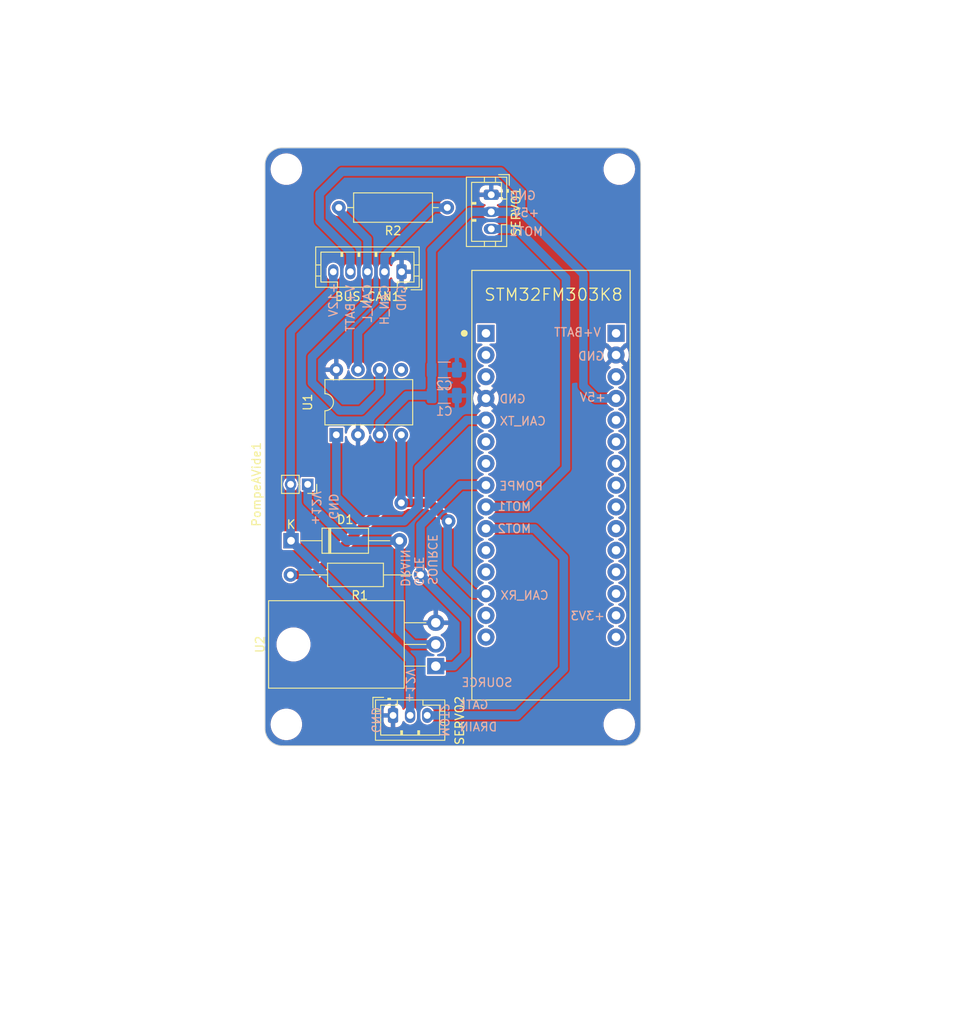
<source format=kicad_pcb>
(kicad_pcb (version 20211014) (generator pcbnew)
  (layers (0 "F.Cu" signal) (31 "B.Cu" signal) (34 "B.Paste" user) (35 "F.Paste" user) (36 "B.SilkS" user "B.Silkscreen") (37 "F.SilkS" user "F.Silkscreen") (38 "B.Mask" user) (39 "F.Mask" user) (44 "Edge.Cuts" user))
  (net 0 "")
  (net 1 "GND")
  (net 2 "CAN_H")
  (net 3 "CAN_L")
  (net 5 "+12V")
  (net 6 "MOT1")
  (net 7 "MOT2")
  (net 18 "+5V")
  (net 28 "+3V3")
  (net 30 "CAN_TX")
  (net 31 "CAN_RX")
  (net 32 "Net-(D1-Pad2)")
  (net 33 "POMPE")
  (footprint "" (layer "F.Cu") (at 145.5 35.5)
    (fp_text reference "" (at 0 0) (layer "F.SilkS") (effects (font (size 1.27 1.27))))
    (fp_text value "" (at 0 0) (layer "F.SilkS") (effects (font (size 1.27 1.27))))
    (pad "" np_thru_hole circle locked (at 0 0 180) (size 3.2 3.2) (drill 3.2) (layers *.Cu *.Mask))
  )
  (footprint "" (layer "F.Cu") (at 145.5 100.5)
    (fp_text reference "" (at 0 0) (layer "F.SilkS") (effects (font (size 1.27 1.27))))
    (fp_text value "" (at 0 0) (layer "F.SilkS") (effects (font (size 1.27 1.27))))
    (pad "" np_thru_hole circle locked (at 0 0 180) (size 3.2 3.2) (drill 3.2) (layers *.Cu *.Mask))
  )
  (footprint "Connector_JST:JST_PH_B5B-PH-K_1x05_P2.00mm_Vertical" (layer "F.Cu") (at 159 47.5144 180)
    (fp_text reference "BUS_CAN1" (at 4 -2.9) (layer "F.SilkS"))
    (fp_text value "Conn_01x05")
    (fp_line (start -2.06 0.8) (end -1.45 0.8) (layer "F.SilkS") (width 0.12))
    (fp_line (start -2.06 -1.81) (end -2.06 2.91) (layer "F.SilkS") (width 0.12))
    (fp_line (start 6.9 1.8) (end 7.1 1.8) (layer "F.SilkS") (width 0.12))
    (fp_line (start 5.1 1.8) (end 5.1 2.3) (layer "F.SilkS") (width 0.12))
    (fp_line (start 4.9 2.3) (end 4.9 1.8) (layer "F.SilkS") (width 0.12))
    (fp_line (start -1.45 -1.2) (end -1.45 2.3) (layer "F.SilkS") (width 0.12))
    (fp_line (start 7.5 -1.2) (end 7.5 -1.81) (layer "F.SilkS") (width 0.12))
    (fp_line (start 9.45 2.3) (end 9.45 -1.2) (layer "F.SilkS") (width 0.12))
    (fp_line (start 2.9 2.3) (end 2.9 1.8) (layer "F.SilkS") (width 0.12))
    (fp_line (start 7 2.3) (end 7 1.8) (layer "F.SilkS") (width 0.12))
    (fp_line (start 0.9 2.3) (end 0.9 1.8) (layer "F.SilkS") (width 0.12))
    (fp_line (start 2.9 1.8) (end 3.1 1.8) (layer "F.SilkS") (width 0.12))
    (fp_line (start -0.3 -1.91) (end -0.6 -1.91) (layer "F.SilkS") (width 0.12))
    (fp_line (start 4.9 1.8) (end 5.1 1.8) (layer "F.SilkS") (width 0.12))
    (fp_line (start 1 2.3) (end 1 1.8) (layer "F.SilkS") (width 0.12))
    (fp_line (start 1.1 1.8) (end 1.1 2.3) (layer "F.SilkS") (width 0.12))
    (fp_line (start 10.06 2.91) (end 10.06 -1.81) (layer "F.SilkS") (width 0.12))
    (fp_line (start 0.9 1.8) (end 1.1 1.8) (layer "F.SilkS") (width 0.12))
    (fp_line (start -2.36 -2.11) (end -2.36 -0.86) (layer "F.SilkS") (width 0.12))
    (fp_line (start 9.45 -1.2) (end 7.5 -1.2) (layer "F.SilkS") (width 0.12))
    (fp_line (start -1.45 2.3) (end 9.45 2.3) (layer "F.SilkS") (width 0.12))
    (fp_line (start 0.5 -1.81) (end 0.5 -1.2) (layer "F.SilkS") (width 0.12))
    (fp_line (start -1.11 -2.11) (end -2.36 -2.11) (layer "F.SilkS") (width 0.12))
    (fp_line (start 10.06 0.8) (end 9.45 0.8) (layer "F.SilkS") (width 0.12))
    (fp_line (start 7.1 1.8) (end 7.1 2.3) (layer "F.SilkS") (width 0.12))
    (fp_line (start 3.1 1.8) (end 3.1 2.3) (layer "F.SilkS") (width 0.12))
    (fp_line (start -0.3 -1.81) (end -0.3 -2.01) (layer "F.SilkS") (width 0.12))
    (fp_line (start 10.06 -1.81) (end -2.06 -1.81) (layer "F.SilkS") (width 0.12))
    (fp_line (start -2.06 2.91) (end 10.06 2.91) (layer "F.SilkS") (width 0.12))
    (fp_line (start -2.06 -0.5) (end -1.45 -0.5) (layer "F.SilkS") (width 0.12))
    (fp_line (start 3 2.3) (end 3 1.8) (layer "F.SilkS") (width 0.12))
    (fp_line (start 5 2.3) (end 5 1.8) (layer "F.SilkS") (width 0.12))
    (fp_line (start 6.9 2.3) (end 6.9 1.8) (layer "F.SilkS") (width 0.12))
    (fp_line (start -0.3 -2.01) (end -0.6 -2.01) (layer "F.SilkS") (width 0.12))
    (fp_line (start 0.5 -1.2) (end -1.45 -1.2) (layer "F.SilkS") (width 0.12))
    (fp_line (start 10.06 -0.5) (end 9.45 -0.5) (layer "F.SilkS") (width 0.12))
    (fp_line (start -0.6 -2.01) (end -0.6 -1.81) (layer "F.SilkS") (width 0.12))
    (pad "1" thru_hole roundrect (at 0 0 180) (size 1.2 1.75) (drill 0.8) (layers *.Cu *.Mask) (roundrect_rratio 0.208333) (net 1 "GND"))
    (pad "2" thru_hole oval (at 2 0 180) (size 1.2 1.75) (drill 0.8) (layers *.Cu *.Mask) (net 2 "CAN_H"))
    (pad "3" thru_hole oval (at 4 0 180) (size 1.2 1.75) (drill 0.8) (layers *.Cu *.Mask) (net 3 "CAN_L"))
    (pad "4" thru_hole oval (at 6 0 180) (size 1.2 1.75) (drill 0.8) (layers *.Cu *.Mask) (net 18 "+5V"))
    (pad "5" thru_hole oval (at 8 0 180) (size 1.2 1.75) (drill 0.8) (layers *.Cu *.Mask) (net 5 "+12V"))
  )
  (footprint "empreinte:MODULE_NUCLEO-F303K8" (layer "F.Cu") (at 176.5 72.5)
    (fp_text reference "STM32FM303K8" (at 0.3 -22.3) (layer "F.SilkS") (effects (font (size 1.402378 1.402378))))
    (fp_text value "NUCLEO-F303K8")
    (fp_line (start -9.27 25.145) (end -9.27 -25.145) (layer "F.SilkS") (width 0.127))
    (fp_line (start 9.27 25.145) (end -9.27 25.145) (layer "F.SilkS") (width 0.127))
    (fp_line (start -9.27 -25.145) (end 9.27 -25.145) (layer "F.SilkS") (width 0.127))
    (fp_line (start 9.27 -25.145) (end 9.27 25.145) (layer "F.SilkS") (width 0.127))
    (fp_circle (center -10.16 -17.78) (end -9.96 -17.78) (layer "F.SilkS") (width 0.4) (fill none))
    (pad "3.1" thru_hole rect (at -7.62 -17.78) (size 2 2) (drill 1) (layers *.Cu *.Mask))
    (pad "3.2" thru_hole circle (at -7.62 -15.24) (size 2 2) (drill 1) (layers *.Cu *.Mask))
    (pad "3.3" thru_hole circle (at -7.62 -12.7) (size 2 2) (drill 1) (layers *.Cu *.Mask))
    (pad "3.4" thru_hole circle (at -7.62 -10.16) (size 2 2) (drill 1) (layers *.Cu *.Mask) (net 1 "GND"))
    (pad "3.5" thru_hole circle (at -7.62 -7.62) (size 2 2) (drill 1) (layers *.Cu *.Mask) (net 30 "CAN_TX"))
    (pad "3.6" thru_hole circle (at -7.62 -5.08) (size 2 2) (drill 1) (layers *.Cu *.Mask))
    (pad "3.7" thru_hole circle (at -7.62 -2.54) (size 2 2) (drill 1) (layers *.Cu *.Mask))
    (pad "3.8" thru_hole circle (at -7.62 0) (size 2 2) (drill 1) (layers *.Cu *.Mask) (net 33 "POMPE"))
    (pad "3.9" thru_hole circle (at -7.62 2.54) (size 2 2) (drill 1) (layers *.Cu *.Mask) (net 6 "MOT1"))
    (pad "3.10" thru_hole circle (at -7.62 5.08) (size 2 2) (drill 1) (layers *.Cu *.Mask) (net 7 "MOT2"))
    (pad "3.11" thru_hole circle (at -7.62 7.62) (size 2 2) (drill 1) (layers *.Cu *.Mask))
    (pad "3.12" thru_hole circle (at -7.62 10.16) (size 2 2) (drill 1) (layers *.Cu *.Mask))
    (pad "3.13" thru_hole circle (at -7.62 12.7) (size 2 2) (drill 1) (layers *.Cu *.Mask) (net 31 "CAN_RX"))
    (pad "3.14" thru_hole circle (at -7.62 15.24) (size 2 2) (drill 1) (layers *.Cu *.Mask))
    (pad "3.15" thru_hole circle (at -7.62 17.78) (size 2 2) (drill 1) (layers *.Cu *.Mask))
    (pad "4.1" thru_hole rect (at 7.62 -17.78) (size 2 2) (drill 1) (layers *.Cu *.Mask))
    (pad "4.2" thru_hole circle (at 7.62 -15.24) (size 2 2) (drill 1) (layers *.Cu *.Mask) (net 1 "GND"))
    (pad "4.3" thru_hole circle (at 7.62 -12.7) (size 2 2) (drill 1) (layers *.Cu *.Mask))
    (pad "4.4" thru_hole circle (at 7.62 -10.16) (size 2 2) (drill 1) (layers *.Cu *.Mask) (net 18 "+5V"))
    (pad "4.5" thru_hole circle (at 7.62 -7.62) (size 2 2) (drill 1) (layers *.Cu *.Mask))
    (pad "4.6" thru_hole circle (at 7.62 -5.08) (size 2 2) (drill 1) (layers *.Cu *.Mask))
    (pad "4.7" thru_hole circle (at 7.62 -2.54) (size 2 2) (drill 1) (layers *.Cu *.Mask))
    (pad "4.8" thru_hole circle (at 7.62 0) (size 2 2) (drill 1) (layers *.Cu *.Mask))
    (pad "4.9" thru_hole circle (at 7.62 2.54) (size 2 2) (drill 1) (layers *.Cu *.Mask))
    (pad "4.10" thru_hole circle (at 7.62 5.08) (size 2 2) (drill 1) (layers *.Cu *.Mask))
    (pad "4.11" thru_hole circle (at 7.62 7.62) (size 2 2) (drill 1) (layers *.Cu *.Mask))
    (pad "4.12" thru_hole circle (at 7.62 10.16) (size 2 2) (drill 1) (layers *.Cu *.Mask))
    (pad "4.13" thru_hole circle (at 7.62 12.7) (size 2 2) (drill 1) (layers *.Cu *.Mask))
    (pad "4.14" thru_hole circle (at 7.62 15.24) (size 2 2) (drill 1) (layers *.Cu *.Mask) (net 28 "+3V3"))
    (pad "4.15" thru_hole circle (at 7.62 17.78) (size 2 2) (drill 1) (layers *.Cu *.Mask))
  )
  (footprint "Diode_THT:D_A-405_P12.70mm_Horizontal" (layer "F.Cu") (at 146.05 79)
    (fp_text reference "D1" (at 6.35 -2.47) (layer "F.SilkS"))
    (fp_text value "D")
    (fp_text user "K" (at 0 -1.9) (layer "F.SilkS"))
    (fp_line (start 9.07 1.47) (end 9.07 -1.47) (layer "F.SilkS") (width 0.12))
    (fp_line (start 11.56 0) (end 9.07 0) (layer "F.SilkS") (width 0.12))
    (fp_line (start 3.63 -1.47) (end 3.63 1.47) (layer "F.SilkS") (width 0.12))
    (fp_line (start 9.07 -1.47) (end 3.63 -1.47) (layer "F.SilkS") (width 0.12))
    (fp_line (start 4.53 -1.47) (end 4.53 1.47) (layer "F.SilkS") (width 0.12))
    (fp_line (start 4.41 -1.47) (end 4.41 1.47) (layer "F.SilkS") (width 0.12))
    (fp_line (start 4.65 -1.47) (end 4.65 1.47) (layer "F.SilkS") (width 0.12))
    (fp_line (start 3.63 1.47) (end 9.07 1.47) (layer "F.SilkS") (width 0.12))
    (fp_line (start 1.14 0) (end 3.63 0) (layer "F.SilkS") (width 0.12))
    (pad "1" thru_hole rect locked (at 0 0) (size 1.8 1.8) (drill 0.9) (layers *.Cu *.Mask) (net 5 "+12V"))
    (pad "2" thru_hole oval locked (at 12.7 0) (size 1.8 1.8) (drill 0.9) (layers *.Cu *.Mask) (net 32 "Net-(D1-Pad2)"))
  )
  (footprint "Resistor_THT:R_Axial_DIN0207_L6.3mm_D2.5mm_P15.24mm_Horizontal" (layer "F.Cu") (at 145.98 83)
    (fp_text reference "R1" (at 8.12 2.4) (layer "F.SilkS"))
    (fp_text value "R")
    (fp_line (start 14.2 0) (end 10.89 0) (layer "F.SilkS") (width 0.12))
    (fp_line (start 10.89 1.37) (end 10.89 -1.37) (layer "F.SilkS") (width 0.12))
    (fp_line (start 4.35 -1.37) (end 4.35 1.37) (layer "F.SilkS") (width 0.12))
    (fp_line (start 1.04 0) (end 4.35 0) (layer "F.SilkS") (width 0.12))
    (fp_line (start 10.89 -1.37) (end 4.35 -1.37) (layer "F.SilkS") (width 0.12))
    (fp_line (start 4.35 1.37) (end 10.89 1.37) (layer "F.SilkS") (width 0.12))
    (pad "1" thru_hole circle locked (at 0 0) (size 1.6 1.6) (drill 0.8) (layers *.Cu *.Mask) (net 18 "+5V"))
    (pad "2" thru_hole oval locked (at 15.24 0) (size 1.6 1.6) (drill 0.8) (layers *.Cu *.Mask) (net 33 "POMPE"))
  )
  (footprint "Connector_JST:JST_PH_B3B-PH-K_1x03_P2.00mm_Vertical" (layer "F.Cu") (at 158 99.45)
    (fp_text reference "SERVO2" (at 7.8 0.6 90) (layer "F.SilkS"))
    (fp_text value "Conn_01x03")
    (fp_line (start -2.06 2.91) (end 6.06 2.91) (layer "F.SilkS") (width 0.12))
    (fp_line (start 0.9 1.8) (end 1.1 1.8) (layer "F.SilkS") (width 0.12))
    (fp_line (start -0.3 -2.01) (end -0.6 -2.01) (layer "F.SilkS") (width 0.12))
    (fp_line (start 6.06 0.8) (end 5.45 0.8) (layer "F.SilkS") (width 0.12))
    (fp_line (start -2.06 -1.81) (end -2.06 2.91) (layer "F.SilkS") (width 0.12))
    (fp_line (start 6.06 -1.81) (end -2.06 -1.81) (layer "F.SilkS") (width 0.12))
    (fp_line (start -1.45 -1.2) (end -1.45 2.3) (layer "F.SilkS") (width 0.12))
    (fp_line (start -1.45 2.3) (end 5.45 2.3) (layer "F.SilkS") (width 0.12))
    (fp_line (start 5.45 2.3) (end 5.45 -1.2) (layer "F.SilkS") (width 0.12))
    (fp_line (start -2.06 0.8) (end -1.45 0.8) (layer "F.SilkS") (width 0.12))
    (fp_line (start -2.36 -2.11) (end -2.36 -0.86) (layer "F.SilkS") (width 0.12))
    (fp_line (start 0.5 -1.81) (end 0.5 -1.2) (layer "F.SilkS") (width 0.12))
    (fp_line (start 1.1 1.8) (end 1.1 2.3) (layer "F.SilkS") (width 0.12))
    (fp_line (start 3.1 1.8) (end 3.1 2.3) (layer "F.SilkS") (width 0.12))
    (fp_line (start 0.9 2.3) (end 0.9 1.8) (layer "F.SilkS") (width 0.12))
    (fp_line (start -1.11 -2.11) (end -2.36 -2.11) (layer "F.SilkS") (width 0.12))
    (fp_line (start 2.9 1.8) (end 3.1 1.8) (layer "F.SilkS") (width 0.12))
    (fp_line (start -0.3 -1.91) (end -0.6 -1.91) (layer "F.SilkS") (width 0.12))
    (fp_line (start -0.6 -2.01) (end -0.6 -1.81) (layer "F.SilkS") (width 0.12))
    (fp_line (start -2.06 -0.5) (end -1.45 -0.5) (layer "F.SilkS") (width 0.12))
    (fp_line (start 6.06 2.91) (end 6.06 -1.81) (layer "F.SilkS") (width 0.12))
    (fp_line (start 3 2.3) (end 3 1.8) (layer "F.SilkS") (width 0.12))
    (fp_line (start 6.06 -0.5) (end 5.45 -0.5) (layer "F.SilkS") (width 0.12))
    (fp_line (start 2.9 2.3) (end 2.9 1.8) (layer "F.SilkS") (width 0.12))
    (fp_line (start 3.5 -1.2) (end 3.5 -1.81) (layer "F.SilkS") (width 0.12))
    (fp_line (start 5.45 -1.2) (end 3.5 -1.2) (layer "F.SilkS") (width 0.12))
    (fp_line (start 1 2.3) (end 1 1.8) (layer "F.SilkS") (width 0.12))
    (fp_line (start 0.5 -1.2) (end -1.45 -1.2) (layer "F.SilkS") (width 0.12))
    (fp_line (start -0.3 -1.81) (end -0.3 -2.01) (layer "F.SilkS") (width 0.12))
    (pad "1" thru_hole roundrect locked (at 0 0) (size 1.2 1.75) (drill 0.8) (layers *.Cu *.Mask) (roundrect_rratio 0.208333) (net 1 "GND"))
    (pad "2" thru_hole oval locked (at 2 0) (size 1.2 1.75) (drill 0.8) (layers *.Cu *.Mask) (net 5 "+12V"))
    (pad "3" thru_hole oval locked (at 4 0) (size 1.2 1.75) (drill 0.8) (layers *.Cu *.Mask) (net 7 "MOT2"))
  )
  (footprint "Resistor_THT:R_Axial_DIN0309_L9.0mm_D3.2mm_P12.70mm_Horizontal" (layer "F.Cu") (at 164.35 40 180)
    (fp_text reference "R2" (at 6.35 -2.72) (layer "F.SilkS"))
    (fp_text value "R")
    (fp_line (start 11.66 0) (end 10.97 0) (layer "F.SilkS") (width 0.12))
    (fp_line (start 1.73 -1.72) (end 1.73 1.72) (layer "F.SilkS") (width 0.12))
    (fp_line (start 10.97 -1.72) (end 1.73 -1.72) (layer "F.SilkS") (width 0.12))
    (fp_line (start 1.73 1.72) (end 10.97 1.72) (layer "F.SilkS") (width 0.12))
    (fp_line (start 1.04 0) (end 1.73 0) (layer "F.SilkS") (width 0.12))
    (fp_line (start 10.97 1.72) (end 10.97 -1.72) (layer "F.SilkS") (width 0.12))
    (pad "1" thru_hole circle locked (at 0 0 180) (size 1.6 1.6) (drill 0.8) (layers *.Cu *.Mask) (net 2 "CAN_H"))
    (pad "2" thru_hole oval locked (at 12.7 0 180) (size 1.6 1.6) (drill 0.8) (layers *.Cu *.Mask) (net 3 "CAN_L"))
  )
  (footprint "" (layer "F.Cu") (at 184.5 35.5)
    (fp_text reference "" (at 0 0) (layer "F.SilkS") (effects (font (size 1.27 1.27))))
    (fp_text value "" (at 0 0) (layer "F.SilkS") (effects (font (size 1.27 1.27))))
    (pad "" np_thru_hole circle locked (at 0 0 180) (size 3.2 3.2) (drill 3.2) (layers *.Cu *.Mask))
  )
  (footprint "Connector_PinSocket_2.00mm:PinSocket_1x02_P2.00mm_Vertical" (layer "F.Cu") (at 148 72.4 -90)
    (fp_text reference "PompeAVide1" (at 0 6 90) (layer "F.SilkS"))
    (fp_text value "Conn_01x02")
    (fp_line (start 1.06 1) (end 1.06 3.06) (layer "F.SilkS") (width 0.12))
    (fp_line (start -1.06 3.06) (end 1.06 3.06) (layer "F.SilkS") (width 0.12))
    (fp_line (start 0 -1.06) (end 1.06 -1.06) (layer "F.SilkS") (width 0.12))
    (fp_line (start 1.06 -1.06) (end 1.06 0) (layer "F.SilkS") (width 0.12))
    (fp_line (start -1.06 1) (end -1.06 3.06) (layer "F.SilkS") (width 0.12))
    (fp_line (start -1.06 1) (end 1.06 1) (layer "F.SilkS") (width 0.12))
    (pad "1" thru_hole rect locked (at 0 0 270) (size 1.35 1.35) (drill 0.8) (layers *.Cu *.Mask) (net 32 "Net-(D1-Pad2)"))
    (pad "2" thru_hole oval locked (at 0 2 270) (size 1.35 1.35) (drill 0.8) (layers *.Cu *.Mask) (net 5 "+12V"))
  )
  (footprint "Package_TO_SOT_THT:TO-220-3_Horizontal_TabDown" (layer "F.Cu") (at 163 93.68 90)
    (fp_text reference "U2" (at 2.54 -20.58 90) (layer "F.SilkS"))
    (fp_text value "IRFZ44NPBF")
    (fp_line (start 0 -3.69) (end 0 -1.15) (layer "F.SilkS") (width 0.12))
    (fp_line (start -2.58 -3.69) (end 7.66 -3.69) (layer "F.SilkS") (width 0.12))
    (fp_line (start 7.66 -19.58) (end 7.66 -3.69) (layer "F.SilkS") (width 0.12))
    (fp_line (start 2.54 -3.69) (end 2.54 -1.15) (layer "F.SilkS") (width 0.12))
    (fp_line (start -2.58 -19.58) (end 7.66 -19.58) (layer "F.SilkS") (width 0.12))
    (fp_line (start 5.08 -3.69) (end 5.08 -1.15) (layer "F.SilkS") (width 0.12))
    (fp_line (start -2.58 -19.58) (end -2.58 -3.69) (layer "F.SilkS") (width 0.12))
    (pad "" np_thru_hole oval locked (at 2.54 -16.66 90) (size 3.5 3.5) (drill 3.5) (layers *.Cu *.Mask))
    (pad "1" thru_hole rect locked (at 0 0 90) (size 1.905 2) (drill 1.1) (layers *.Cu *.Mask) (net 33 "POMPE"))
    (pad "2" thru_hole oval locked (at 2.54 0 90) (size 1.905 2) (drill 1.1) (layers *.Cu *.Mask) (net 32 "Net-(D1-Pad2)"))
    (pad "3" thru_hole oval locked (at 5.08 0 90) (size 1.905 2) (drill 1.1) (layers *.Cu *.Mask) (net 1 "GND"))
  )
  (footprint "Package_DIP:DIP-8_W7.62mm" (layer "F.Cu") (at 151.35 66.6 90)
    (fp_text reference "U1" (at 3.81 -3.35 90) (layer "F.SilkS"))
    (fp_text value "MCP2551-I-P")
    (fp_line (start 2.81 -1.33) (end 1.16 -1.33) (layer "F.SilkS") (width 0.12))
    (fp_line (start 1.16 -1.33) (end 1.16 8.95) (layer "F.SilkS") (width 0.12))
    (fp_line (start 6.46 8.95) (end 6.46 -1.33) (layer "F.SilkS") (width 0.12))
    (fp_line (start 1.16 8.95) (end 6.46 8.95) (layer "F.SilkS") (width 0.12))
    (fp_line (start 6.46 -1.33) (end 4.81 -1.33) (layer "F.SilkS") (width 0.12))
    (fp_arc (start 4.81 -1.33) (mid 3.81 -0.33) (end 2.81 -1.33) (layer "F.SilkS") (width 0.12))
    (pad "1" thru_hole rect locked (at 0 0 90) (size 1.6 1.6) (drill 0.8) (layers *.Cu *.Mask) (net 30 "CAN_TX"))
    (pad "2" thru_hole oval locked (at 0 2.54 90) (size 1.6 1.6) (drill 0.8) (layers *.Cu *.Mask) (net 1 "GND"))
    (pad "3" thru_hole oval locked (at 0 5.08 90) (size 1.6 1.6) (drill 0.8) (layers *.Cu *.Mask) (net 18 "+5V"))
    (pad "4" thru_hole oval locked (at 0 7.62 90) (size 1.6 1.6) (drill 0.8) (layers *.Cu *.Mask) (net 31 "CAN_RX"))
    (pad "5" thru_hole oval locked (at 7.62 7.62 90) (size 1.6 1.6) (drill 0.8) (layers *.Cu *.Mask))
    (pad "6" thru_hole oval locked (at 7.62 5.08 90) (size 1.6 1.6) (drill 0.8) (layers *.Cu *.Mask) (net 3 "CAN_L"))
    (pad "7" thru_hole oval locked (at 7.62 2.54 90) (size 1.6 1.6) (drill 0.8) (layers *.Cu *.Mask) (net 2 "CAN_H"))
    (pad "8" thru_hole oval locked (at 7.62 0 90) (size 1.6 1.6) (drill 0.8) (layers *.Cu *.Mask) (net 1 "GND"))
  )
  (footprint "" (layer "F.Cu") (at 184.5 100.5)
    (fp_text reference "" (at 0 0) (layer "F.SilkS") (effects (font (size 1.27 1.27))))
    (fp_text value "" (at 0 0) (layer "F.SilkS") (effects (font (size 1.27 1.27))))
    (pad "" np_thru_hole circle locked (at 0 0 180) (size 3.2 3.2) (drill 3.2) (layers *.Cu *.Mask))
  )
  (footprint "Connector_JST:JST_PH_B3B-PH-K_1x03_P2.00mm_Vertical" (layer "F.Cu") (at 169.5 38.5 -90)
    (fp_text reference "SERVO1" (at 2 -2.9 90) (layer "F.SilkS"))
    (fp_text value "Conn_01x03")
    (fp_line (start 2.9 1.8) (end 3.1 1.8) (layer "F.SilkS") (width 0.12))
    (fp_line (start 6.06 0.8) (end 5.45 0.8) (layer "F.SilkS") (width 0.12))
    (fp_line (start -2.06 2.91) (end 6.06 2.91) (layer "F.SilkS") (width 0.12))
    (fp_line (start 0.9 1.8) (end 1.1 1.8) (layer "F.SilkS") (width 0.12))
    (fp_line (start -0.3 -1.81) (end -0.3 -2.01) (layer "F.SilkS") (width 0.12))
    (fp_line (start 5.45 -1.2) (end 3.5 -1.2) (layer "F.SilkS") (width 0.12))
    (fp_line (start -2.06 0.8) (end -1.45 0.8) (layer "F.SilkS") (width 0.12))
    (fp_line (start -1.11 -2.11) (end -2.36 -2.11) (layer "F.SilkS") (width 0.12))
    (fp_line (start -1.45 2.3) (end 5.45 2.3) (layer "F.SilkS") (width 0.12))
    (fp_line (start 6.06 -1.81) (end -2.06 -1.81) (layer "F.SilkS") (width 0.12))
    (fp_line (start -1.45 -1.2) (end -1.45 2.3) (layer "F.SilkS") (width 0.12))
    (fp_line (start 2.9 2.3) (end 2.9 1.8) (layer "F.SilkS") (width 0.12))
    (fp_line (start 0.9 2.3) (end 0.9 1.8) (layer "F.SilkS") (width 0.12))
    (fp_line (start 3 2.3) (end 3 1.8) (layer "F.SilkS") (width 0.12))
    (fp_line (start 6.06 2.91) (end 6.06 -1.81) (layer "F.SilkS") (width 0.12))
    (fp_line (start -2.36 -2.11) (end -2.36 -0.86) (layer "F.SilkS") (width 0.12))
    (fp_line (start -0.3 -1.91) (end -0.6 -1.91) (layer "F.SilkS") (width 0.12))
    (fp_line (start 1.1 1.8) (end 1.1 2.3) (layer "F.SilkS") (width 0.12))
    (fp_line (start -2.06 -1.81) (end -2.06 2.91) (layer "F.SilkS") (width 0.12))
    (fp_line (start -0.6 -2.01) (end -0.6 -1.81) (layer "F.SilkS") (width 0.12))
    (fp_line (start 1 2.3) (end 1 1.8) (layer "F.SilkS") (width 0.12))
    (fp_line (start 3.1 1.8) (end 3.1 2.3) (layer "F.SilkS") (width 0.12))
    (fp_line (start -2.06 -0.5) (end -1.45 -0.5) (layer "F.SilkS") (width 0.12))
    (fp_line (start -0.3 -2.01) (end -0.6 -2.01) (layer "F.SilkS") (width 0.12))
    (fp_line (start 5.45 2.3) (end 5.45 -1.2) (layer "F.SilkS") (width 0.12))
    (fp_line (start 6.06 -0.5) (end 5.45 -0.5) (layer "F.SilkS") (width 0.12))
    (fp_line (start 0.5 -1.2) (end -1.45 -1.2) (layer "F.SilkS") (width 0.12))
    (fp_line (start 3.5 -1.2) (end 3.5 -1.81) (layer "F.SilkS") (width 0.12))
    (fp_line (start 0.5 -1.81) (end 0.5 -1.2) (layer "F.SilkS") (width 0.12))
    (pad "1" thru_hole roundrect (at 0 0 270) (size 1.2 1.75) (drill 0.8) (layers *.Cu *.Mask) (roundrect_rratio 0.208333) (net 1 "GND"))
    (pad "2" thru_hole oval (at 2 0 270) (size 1.2 1.75) (drill 0.8) (layers *.Cu *.Mask) (net 18 "+5V"))
    (pad "3" thru_hole oval (at 4 0 270) (size 1.2 1.75) (drill 0.8) (layers *.Cu *.Mask) (net 6 "MOT1"))
  )
  (footprint "Capacitor_SMD:C_1206_3216Metric" (layer "B.Cu") (at 164 59)
    (fp_text reference "C2" (at 0 1.85) (layer "B.SilkS") (effects (justify mirror)))
    (fp_text value "C")
    (fp_line (start -0.711252 -0.91) (end 0.711252 -0.91) (layer "B.SilkS") (width 0.12))
    (fp_line (start -0.711252 0.91) (end 0.711252 0.91) (layer "B.SilkS") (width 0.12))
    (pad "1" smd roundrect locked (at -1.475 0) (size 1.15 1.8) (layers "B.Cu" "B.Paste" "B.Mask") (roundrect_rratio 0.217391) (net 18 "+5V"))
    (pad "2" smd roundrect locked (at 1.475 0) (size 1.15 1.8) (layers "B.Cu" "B.Paste" "B.Mask") (roundrect_rratio 0.217391) (net 1 "GND"))
  )
  (footprint "Capacitor_SMD:C_1206_3216Metric" (layer "B.Cu") (at 164 62)
    (fp_text reference "C1" (at 0 1.85) (layer "B.SilkS") (effects (justify mirror)))
    (fp_text value "C")
    (fp_line (start -0.711252 -0.91) (end 0.711252 -0.91) (layer "B.SilkS") (width 0.12))
    (fp_line (start -0.711252 0.91) (end 0.711252 0.91) (layer "B.SilkS") (width 0.12))
    (pad "1" smd roundrect locked (at -1.475 0) (size 1.15 1.8) (layers "B.Cu" "B.Paste" "B.Mask") (roundrect_rratio 0.217391) (net 18 "+5V"))
    (pad "2" smd roundrect locked (at 1.475 0) (size 1.15 1.8) (layers "B.Cu" "B.Paste" "B.Mask") (roundrect_rratio 0.217391) (net 1 "GND"))
  )
  (gr_arc (start 185 33) (mid 186.414214 33.585786) (end 187 35) (layer "Edge.Cuts") (width 0.1))
  (gr_line (start 143 101) (end 143 35) (layer "Edge.Cuts") (width 0.1))
  (gr_line (start 145 33) (end 185 33) (layer "Edge.Cuts") (width 0.1))
  (gr_line (start 185 103) (end 145 103) (layer "Edge.Cuts") (width 0.1))
  (gr_arc (start 143 35) (mid 143.585786 33.585786) (end 145 33) (layer "Edge.Cuts") (width 0.1))
  (gr_line (start 187 35) (end 187 101) (layer "Edge.Cuts") (width 0.1))
  (gr_arc (start 187 101) (mid 186.414214 102.414214) (end 185 103) (layer "Edge.Cuts") (width 0.1))
  (gr_arc (start 145 103) (mid 143.585786 102.414214) (end 143 101) (layer "Edge.Cuts") (width 0.1))
  (gr_text "GND\n" (at 156 100 -90) (layer "B.SilkS") (effects (font (size 1 1)) (justify mirror)))
  (gr_text "+12V" (at 151 50.8 -270) (layer "B.SilkS") (effects (font (size 1 1)) (justify mirror)))
  (gr_text "DRAIN" (at 168 100.8) (layer "B.SilkS") (effects (font (size 1 1)) (justify mirror)))
  (gr_text "SOURCE" (at 162.6 81.2 -90) (layer "B.SilkS") (effects (font (size 1 1)) (justify mirror)))
  (gr_text "+5V\n" (at 173.6 40.6) (layer "B.SilkS") (effects (font (size 1 1)) (justify mirror)))
  (gr_text "MOT1" (at 173.6 42.8) (layer "B.SilkS") (effects (font (size 1 1)) (justify mirror)))
  (gr_text "GND\n" (at 173.2 38.6) (layer "B.SilkS") (effects (font (size 1 1)) (justify mirror)))
  (gr_text "GND\n" (at 159 50.6 90) (layer "B.SilkS") (effects (font (size 1 1)) (justify mirror)))
  (gr_text "+12V" (at 160 96 -90) (layer "B.SilkS") (effects (font (size 1 1)) (justify mirror)))
  (gr_text "V+BATT" (at 179.6 54.6) (layer "B.SilkS") (effects (font (size 1 1)) (justify mirror)))
  (gr_text "+3V3" (at 180.8 87.8) (layer "B.SilkS") (effects (font (size 1 1)) (justify mirror)))
  (gr_text "+5V\n" (at 181.4 62.2) (layer "B.SilkS") (effects (font (size 1 1)) (justify mirror)))
  (gr_text "GND\n" (at 172 62.4) (layer "B.SilkS") (effects (font (size 1 1)) (justify mirror)))
  (gr_text "GATE" (at 167.4 98.2) (layer "B.SilkS") (effects (font (size 1 1)) (justify mirror)))
  (gr_text "CAN_TX" (at 173.2 65) (layer "B.SilkS") (effects (font (size 1 1)) (justify mirror)))
  (gr_text "+12V" (at 149 75.2 -90) (layer "B.SilkS") (effects (font (size 1 1)) (justify mirror)))
  (gr_text "DRAIN" (at 159.4 82.2 -90) (layer "B.SilkS") (effects (font (size 1 1)) (justify mirror)))
  (gr_text "POMPE" (at 173 72.6) (layer "B.SilkS") (effects (font (size 1 1)) (justify mirror)))
  (gr_text "MOT1" (at 172.2 75) (layer "B.SilkS") (effects (font (size 1 1)) (justify mirror)))
  (gr_text "GND\n" (at 151 75 -90) (layer "B.SilkS") (effects (font (size 1 1)) (justify mirror)))
  (gr_text "CAN_RX" (at 173.4 85.4) (layer "B.SilkS") (effects (font (size 1 1)) (justify mirror)))
  (gr_text "GATE" (at 161 82.6 -90) (layer "B.SilkS") (effects (font (size 1 1)) (justify mirror)))
  (gr_text "MOT2" (at 172.2 77.6) (layer "B.SilkS") (effects (font (size 1 1)) (justify mirror)))
  (gr_text "V+BATT" (at 153 51.8 -270) (layer "B.SilkS") (effects (font (size 1 1)) (justify mirror)))
  (gr_text "MOT2" (at 164 100 -90) (layer "B.SilkS") (effects (font (size 1 1)) (justify mirror)))
  (gr_text "CAN_L" (at 155 51.2 -270) (layer "B.SilkS") (effects (font (size 1 1)) (justify mirror)))
  (gr_text "SOURCE" (at 169 95.6) (layer "B.SilkS") (effects (font (size 1 1)) (justify mirror)))
  (gr_text "GND\n" (at 181.2 57.4) (layer "B.SilkS") (effects (font (size 1 1)) (justify mirror)))
  (gr_text "CAN_H" (at 157 51.4 90) (layer "B.SilkS") (effects (font (size 1 1)) (justify mirror)))
  (segment (start 157 45.6644) (end 162.6644 40) (width 1) (layer "B.Cu") (net 2))
  (segment (start 162.6644 40) (end 164 40) (width 1) (layer "B.Cu") (net 2))
  (segment (start 157 47.5144) (end 157 51.4856) (width 1) (layer "B.Cu") (net 2))
  (segment (start 157 51.4856) (end 153.89 54.5956) (width 1) (layer "B.Cu") (net 2))
  (segment (start 153.89 54.5956) (end 153.89 58.98) (width 1) (layer "B.Cu") (net 2))
  (segment (start 157 47.5144) (end 157 45.6644) (width 1) (layer "B.Cu") (net 2))
  (segment (start 148.5 60.5) (end 151.75 63.75) (width 1) (layer "B.Cu") (net 3))
  (segment (start 151.75 63.75) (end 154.25 63.75) (width 1) (layer "B.Cu") (net 3))
  (segment (start 155 47.5144) (end 155 51) (width 1) (layer "B.Cu") (net 3))
  (segment (start 155 43.7) (end 155 47.5144) (width 1) (layer "B.Cu") (net 3))
  (segment (start 156.43 61.57) (end 156.43 58.98) (width 1) (layer "B.Cu") (net 3))
  (segment (start 154.25 63.75) (end 156.43 61.57) (width 1) (layer "B.Cu") (net 3))
  (segment (start 155 51) (end 148.5 57.5) (width 1) (layer "B.Cu") (net 3))
  (segment (start 151.3 40) (end 155 43.7) (width 1) (layer "B.Cu") (net 3))
  (segment (start 148.5 57.5) (end 148.5 60.5) (width 1) (layer "B.Cu") (net 3))
  (segment (start 146 72.4) (end 146 78.95) (width 1) (layer "B.Cu") (net 5))
  (segment (start 146 78.95) (end 146.05 79) (width 1) (layer "B.Cu") (net 5))
  (segment (start 160 92.95) (end 160 99.45) (width 1) (layer "B.Cu") (net 5))
  (segment (start 146.05 79) (end 160 92.95) (width 1) (layer "B.Cu") (net 5))
  (segment (start 151 47.5144) (end 151 49.5) (width 1) (layer "B.Cu") (net 5))
  (segment (start 151 49.5) (end 146 54.5) (width 1) (layer "B.Cu") (net 5))
  (segment (start 146 54.5) (end 146 72.4) (width 1) (layer "B.Cu") (net 5))
  (segment (start 178.25 48.25) (end 172.5 42.5) (width 1) (layer "B.Cu") (net 6))
  (segment (start 172.5 42.5) (end 169.5 42.5) (width 1) (layer "B.Cu") (net 6))
  (segment (start 178.25 70.5) (end 178.25 48.25) (width 1) (layer "B.Cu") (net 6))
  (segment (start 168.88 75.04) (end 173.71 75.04) (width 1) (layer "B.Cu") (net 6))
  (segment (start 173.71 75.04) (end 178.25 70.5) (width 1) (layer "B.Cu") (net 6))
  (segment (start 172.55 99.45) (end 178 94) (width 1) (layer "B.Cu") (net 7))
  (segment (start 162 99.45) (end 172.55 99.45) (width 1) (layer "B.Cu") (net 7))
  (segment (start 178 94) (end 178 81) (width 1) (layer "B.Cu") (net 7))
  (segment (start 178 81) (end 174.58 77.58) (width 1) (layer "B.Cu") (net 7))
  (segment (start 174.58 77.58) (end 168.88 77.58) (width 1) (layer "B.Cu") (net 7))
  (segment (start 145.98 83) (end 148.8 83) (width 1) (layer "F.Cu") (net 18))
  (segment (start 156.43 75.37) (end 156.43 66.6) (width 1) (layer "F.Cu") (net 18))
  (segment (start 148.8 83) (end 156.43 75.37) (width 1) (layer "F.Cu") (net 18))
  (segment (start 149.4 38.4) (end 152 35.8) (width 1) (layer "B.Cu") (net 18))
  (segment (start 162.525 59) (end 162.525 45.025) (width 1) (layer "B.Cu") (net 18))
  (segment (start 180.3 47.8) (end 180.3 60.9) (width 1) (layer "B.Cu") (net 18))
  (segment (start 152 35.8) (end 170.6 35.8) (width 1) (layer "B.Cu") (net 18))
  (segment (start 156.43 66.6) (end 156.43 65.17) (width 1) (layer "B.Cu") (net 18))
  (segment (start 153 47.5144) (end 153 45.2) (width 1) (layer "B.Cu") (net 18))
  (segment (start 181.74 62.34) (end 184.12 62.34) (width 1) (layer "B.Cu") (net 18))
  (segment (start 162.525 45.025) (end 162.5 45) (width 1) (layer "B.Cu") (net 18))
  (segment (start 169.5 40.5) (end 173 40.5) (width 1) (layer "B.Cu") (net 18))
  (segment (start 162.5 45) (end 167 40.5) (width 1) (layer "B.Cu") (net 18))
  (segment (start 170.6 35.8) (end 173 38.2) (width 1) (layer "B.Cu") (net 18))
  (segment (start 167 40.5) (end 169.5 40.5) (width 1) (layer "B.Cu") (net 18))
  (segment (start 153 45.2) (end 149.4 41.6) (width 1) (layer "B.Cu") (net 18))
  (segment (start 162.525 62) (end 162.525 59) (width 1) (layer "B.Cu") (net 18))
  (segment (start 173 38.2) (end 173 40.5) (width 1) (layer "B.Cu") (net 18))
  (segment (start 156.43 65.17) (end 159.6 62) (width 1) (layer "B.Cu") (net 18))
  (segment (start 173 40.5) (end 180.3 47.8) (width 1) (layer "B.Cu") (net 18))
  (segment (start 159.6 62) (end 162.525 62) (width 1) (layer "B.Cu") (net 18))
  (segment (start 180.3 60.9) (end 181.74 62.34) (width 1) (layer "B.Cu") (net 18))
  (segment (start 149.4 41.6) (end 149.4 38.4) (width 1) (layer "B.Cu") (net 18))
  (segment (start 159.3 76.7) (end 154.2 76.7) (width 1) (layer "B.Cu") (net 30))
  (segment (start 168.88 64.88) (end 166.62 64.88) (width 1) (layer "B.Cu") (net 30))
  (segment (start 154.2 76.7) (end 151.35 73.85) (width 1) (layer "B.Cu") (net 30))
  (segment (start 151.35 73.85) (end 151.35 66.6) (width 1) (layer "B.Cu") (net 30))
  (segment (start 161 75) (end 159.3 76.7) (width 1) (layer "B.Cu") (net 30))
  (segment (start 166.62 64.88) (end 161 70.5) (width 1) (layer "B.Cu") (net 30))
  (segment (start 161 70.5) (end 161 75) (width 1) (layer "B.Cu") (net 30))
  (segment (start 164.5 76.7) (end 162.37 74.57) (width 1) (layer "F.Cu") (net 31))
  (segment (start 162.37 74.57) (end 158.97 74.57) (width 1) (layer "F.Cu") (net 31))
  (via (at 158.97 74.57) (size 1.6) (drill 0.8) (layers "F.Cu" "B.Cu") (net 31))
  (via (at 164.5 76.7) (size 1.6) (drill 0.8) (layers "F.Cu" "B.Cu") (net 31))
  (segment (start 158.97 66.6) (end 158.97 74.57) (width 1) (layer "B.Cu") (net 31))
  (segment (start 164.5 76.7) (end 164.4 76.8) (width 1) (layer "B.Cu") (net 31))
  (segment (start 164.4 82.2) (end 167.4 85.2) (width 1) (layer "B.Cu") (net 31))
  (segment (start 167.4 85.2) (end 168.88 85.2) (width 1) (layer "B.Cu") (net 31))
  (segment (start 164.4 76.8) (end 164.4 82.2) (width 1) (layer "B.Cu") (net 31))
  (segment (start 158.75 79) (end 158.75 89.55) (width 1) (layer "B.Cu") (net 32))
  (segment (start 160.34 91.14) (end 163 91.14) (width 1) (layer "B.Cu") (net 32))
  (segment (start 148 74.4) (end 152.6 79) (width 1) (layer "B.Cu") (net 32))
  (segment (start 148 72.4) (end 148 74.4) (width 1) (layer "B.Cu") (net 32))
  (segment (start 158.75 89.55) (end 160.34 91.14) (width 1) (layer "B.Cu") (net 32))
  (segment (start 152.6 79) (end 158.75 79) (width 1) (layer "B.Cu") (net 32))
  (segment (start 161.22 83) (end 166.5 88.28) (width 1) (layer "B.Cu") (net 33))
  (segment (start 166.5 88.28) (end 166.5 92.3) (width 1) (layer "B.Cu") (net 33))
  (segment (start 165.12 93.68) (end 163 93.68) (width 1) (layer "B.Cu") (net 33))
  (segment (start 168.88 72.5) (end 165.9 72.5) (width 1) (layer "B.Cu") (net 33))
  (segment (start 165.9 72.5) (end 161.22 77.18) (width 1) (layer "B.Cu") (net 33))
  (segment (start 161.22 77.18) (end 161.22 83) (width 1) (layer "B.Cu") (net 33))
  (segment (start 166.5 92.3) (end 165.12 93.68) (width 1) (layer "B.Cu") (net 33))
  (zone (net 1) (net_name "GND") (layer "F.Cu") (connect_pads (clearance 0)) (min_thickness 0.254) (fill yes (thermal_gap 0.508) (thermal_bridge_width 0.508))
    (polygon (pts (xy 190 21.4) (xy 214.1 47.5) (xy 217.8 95.7) (xy 170.560871 135.581826) (xy 111.960871 95.581826) (xy 123.260458 47.297911) (xy 141.4 15.7)))
  )
  (zone (net 0) (net_name "") (layer "B.Cu") (connect_pads (clearance 0)) (min_thickness 0.254)
    (keepout (tracks allowed) (vias allowed) (pads allowed) (copperpour not_allowed) (footprints allowed))
    (fill (thermal_gap 0.508) (thermal_bridge_width 0.508))
    (polygon (pts (xy 180.2 47.6) (xy 180.2 60.4) (xy 178.6 60.6) (xy 178.6 60.4) (xy 178 48) (xy 171.291491 41.622073) (xy 171.54105 40.195493)))
  )
  (zone (net 1) (net_name "GND") (layer "B.Cu") (connect_pads (clearance 0)) (min_thickness 0.254) (fill yes (thermal_gap 0.508) (thermal_bridge_width 0.508))
    (polygon (pts (xy 211 21) (xy 225 64) (xy 209 123) (xy 161 130) (xy 115 96) (xy 118 35) (xy 153 19) (xy 154 19)))
  )
)
</source>
